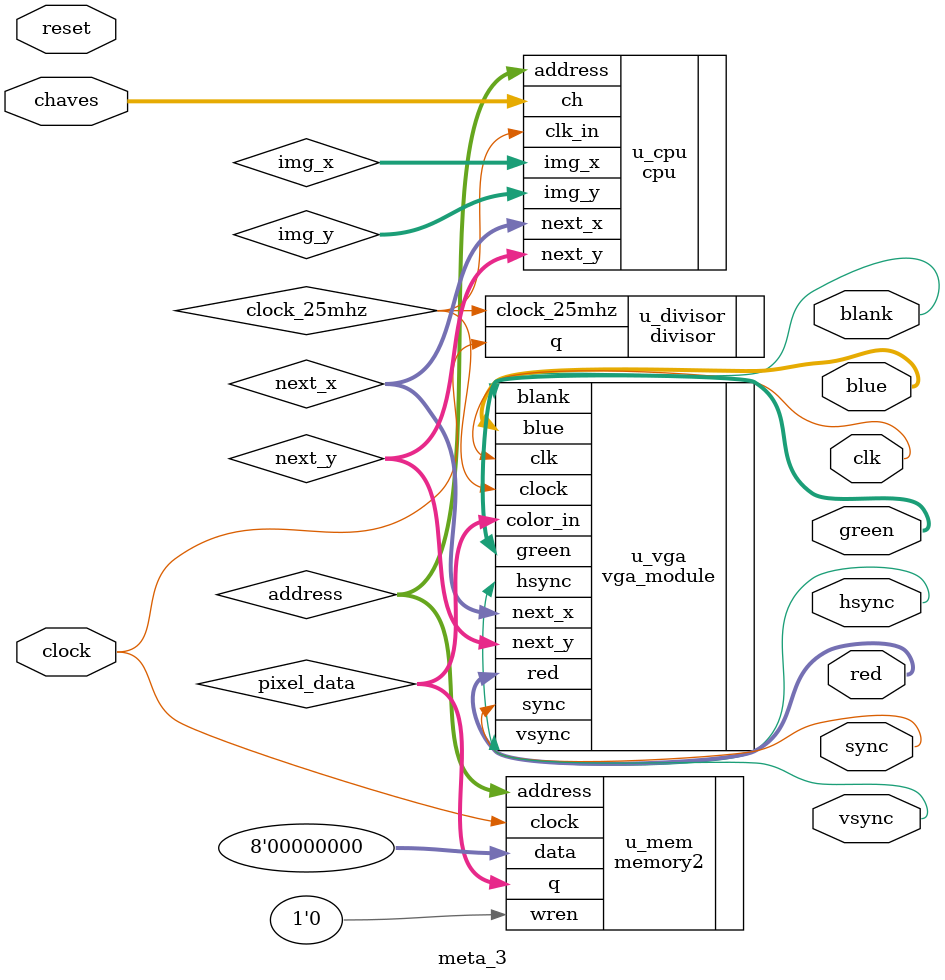
<source format=v>
module meta_3(
    input  wire       clock,      
    input  wire       reset,
    input  wire [2:0] chaves,   
    output wire       hsync,
    output wire       vsync,
    output wire [7:0] red,
    output wire [7:0] green,
    output wire [7:0] blue,
    output wire       sync,
    output wire       clk,
    output wire       blank
);

    // ==== Divisor de clock para gerar 25 MHz ====
    wire clock_25mhz;
    divisor u_divisor (
        .q(clock),
        .clock_25mhz(clock_25mhz)
    );

    // ==== Sinais VGA ====
    wire [9:0] next_x;
    wire [9:0] next_y;

    // ==== Interconexão CPU <-> Memória ====
    wire [16:0] address;
    wire [7:0]  pixel_data;
    wire [9:0]  img_x, img_y;

    // ==== CPU (com ULA integrada) ====
    cpu u_cpu (
        .clk_in(clock_25mhz),
        .next_x(next_x),
        .next_y(next_y),
        .ch(chaves),
        .img_x(img_x),
        .img_y(img_y),
        .address(address)
    );

    // ==== Memória de imagem ====
    memory2 u_mem (
        .clock(clock),
        .data(8'd0),
        .address(address),
        .wren(1'b0),
        .q(pixel_data)
    );

    // ==== Controlador VGA ====
    vga_module u_vga (
        .clock(clock_25mhz),
        .color_in(pixel_data), // envia pixel lido
        .next_x(next_x),
        .next_y(next_y),
        .hsync(hsync),
        .vsync(vsync),
        .red(red),
        .green(green),
        .blue(blue),
        .sync(sync),
        .clk(clk),
        .blank(blank)
    );

endmodule


</source>
